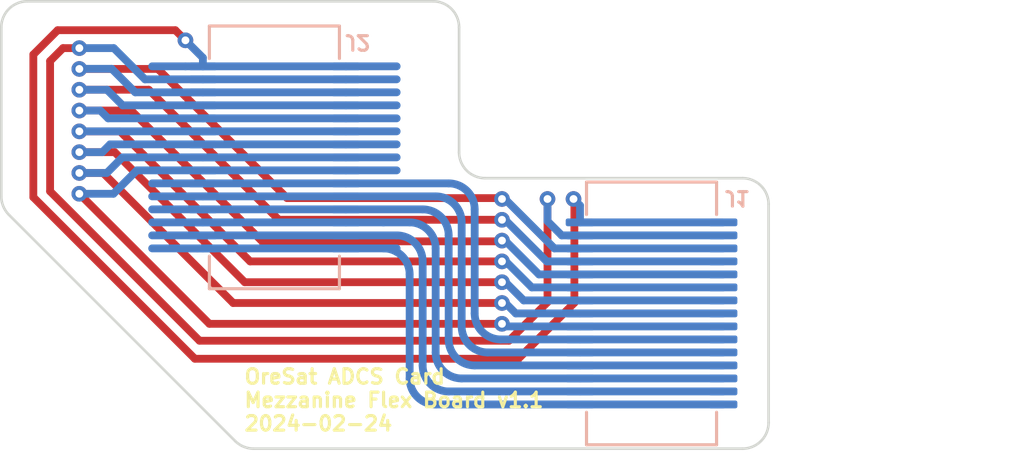
<source format=kicad_pcb>
(kicad_pcb (version 20221018) (generator pcbnew)
  (layers (0 "F.Cu" signal) (31 "B.Cu" signal) (34 "B.Paste" user) (35 "F.Paste" user) (36 "B.SilkS" user "B.Silkscreen") (37 "F.SilkS" user "F.Silkscreen") (38 "B.Mask" user) (39 "F.Mask" user) (44 "Edge.Cuts" user))
  (net 0 "")
  (net 1 "/CAN_L")
  (net 2 "/CAN_H")
  (net 3 "/BOOT")
  (net 4 "/UART_RX")
  (net 5 "/UART_TX")
  (net 6 "/5V")
  (net 7 "/GND")
  (net 8 "/VBUS")
  (footprint "oresat-connectors:J-Molex-0547220304" (layer "B.Cu") (at 150 100 -90)
    (fp_text reference "J1" (at -4.429718 -3.296747 -180 unlocked) (layer "B.SilkS") (effects (font (size 0.56 0.56) (thickness 0.12)) (justify mirror)))
    (fp_text value "Mezzanine Plug")
    (fp_line (start -5.05 -2.5) (end -3.8 -2.5) (stroke (width 0.12)) (layer "B.SilkS"))
    (fp_line (start -5.05 2.5) (end -5.05 -2.5) (stroke (width 0.12)) (layer "B.SilkS"))
    (fp_line (start -3.8 2.5) (end -5.05 2.5) (stroke (width 0.12)) (layer "B.SilkS"))
    (fp_line (start 3.8 -2.5) (end 5.05 -2.5) (stroke (width 0.12)) (layer "B.SilkS"))
    (fp_line (start 5.05 -2.5) (end 5.05 2.5) (stroke (width 0.12)) (layer "B.SilkS"))
    (fp_line (start 5.05 2.5) (end 3.8 2.5) (stroke (width 0.12)) (layer "B.SilkS"))
    (pad "P$1" smd roundrect (at 3.5 -2.75) (size 1.1 0.3) (layers "B.Cu" "B.Paste" "B.Mask") (net 1 "/CAN_L"))
    (pad "P$2" smd roundrect (at 3 -2.75) (size 1.1 0.3) (layers "B.Cu" "B.Paste" "B.Mask") (net 2 "/CAN_H"))
    (pad "P$3" smd roundrect (at 2.5 -2.75) (size 1.1 0.3) (layers "B.Cu" "B.Paste" "B.Mask") (net 3 "/BOOT"))
    (pad "P$4" smd roundrect (at 2 -2.75) (size 1.1 0.3) (layers "B.Cu" "B.Paste" "B.Mask") (net 4 "/UART_RX"))
    (pad "P$5" smd roundrect (at 1.5 -2.75) (size 1.1 0.3) (layers "B.Cu" "B.Paste" "B.Mask") (net 5 "/UART_TX"))
    (pad "P$6" smd roundrect (at 1 -2.75) (size 1.1 0.3) (layers "B.Cu" "B.Paste" "B.Mask") (net 6 "/5V"))
    (pad "P$7" smd roundrect (at 0.5 -2.75) (size 1.1 0.3) (layers "B.Cu" "B.Paste" "B.Mask") (net 6 "/5V"))
    (pad "P$8" smd roundrect (at 0 -2.75) (size 1.1 0.3) (layers "B.Cu" "B.Paste" "B.Mask") (net 7 "/GND"))
    (pad "P$9" smd roundrect (at -0.5 -2.75) (size 1.1 0.3) (layers "B.Cu" "B.Paste" "B.Mask") (net 7 "/GND"))
    (pad "P$10" smd roundrect (at -1 -2.75) (size 1.1 0.3) (layers "B.Cu" "B.Paste" "B.Mask") (net 7 "/GND"))
    (pad "P$11" smd roundrect (at -1.5 -2.75) (size 1.1 0.3) (layers "B.Cu" "B.Paste" "B.Mask") (net 7 "/GND"))
    (pad "P$12" smd roundrect (at -2 -2.75) (size 1.1 0.3) (layers "B.Cu" "B.Paste" "B.Mask") (net 8 "/VBUS"))
    (pad "P$13" smd roundrect (at -2.5 -2.75) (size 1.1 0.3) (layers "B.Cu" "B.Paste" "B.Mask") (net 8 "/VBUS"))
    (pad "P$14" smd roundrect (at -3 -2.75) (size 1.1 0.3) (layers "B.Cu" "B.Paste" "B.Mask") (net 8 "/VBUS"))
    (pad "P$15" smd roundrect (at -3.5 -2.75) (size 1.1 0.3) (layers "B.Cu" "B.Paste" "B.Mask") (net 8 "/VBUS"))
    (pad "P$16" smd roundrect (at -3.5 2.75) (size 1.1 0.3) (layers "B.Cu" "B.Paste" "B.Mask") (net 8 "/VBUS"))
    (pad "P$17" smd roundrect (at -3 2.75) (size 1.1 0.3) (layers "B.Cu" "B.Paste" "B.Mask") (net 8 "/VBUS"))
    (pad "P$18" smd roundrect (at -2.5 2.75) (size 1.1 0.3) (layers "B.Cu" "B.Paste" "B.Mask") (net 8 "/VBUS"))
    (pad "P$19" smd roundrect (at -2 2.75) (size 1.1 0.3) (layers "B.Cu" "B.Paste" "B.Mask") (net 8 "/VBUS"))
    (pad "P$20" smd roundrect (at -1.5 2.75) (size 1.1 0.3) (layers "B.Cu" "B.Paste" "B.Mask") (net 7 "/GND"))
    (pad "P$21" smd roundrect (at -1 2.75) (size 1.1 0.3) (layers "B.Cu" "B.Paste" "B.Mask") (net 7 "/GND"))
    (pad "P$22" smd roundrect (at -0.5 2.75) (size 1.1 0.3) (layers "B.Cu" "B.Paste" "B.Mask") (net 7 "/GND"))
    (pad "P$23" smd roundrect (at 0 2.75) (size 1.1 0.3) (layers "B.Cu" "B.Paste" "B.Mask") (net 7 "/GND"))
    (pad "P$24" smd roundrect (at 0.5 2.75) (size 1.1 0.3) (layers "B.Cu" "B.Paste" "B.Mask") (net 6 "/5V"))
    (pad "P$25" smd roundrect (at 1 2.75) (size 1.1 0.3) (layers "B.Cu" "B.Paste" "B.Mask") (net 6 "/5V"))
    (pad "P$26" smd roundrect (at 1.5 2.75) (size 1.1 0.3) (layers "B.Cu" "B.Paste" "B.Mask") (net 5 "/UART_TX"))
    (pad "P$27" smd roundrect (at 2 2.75) (size 1.1 0.3) (layers "B.Cu" "B.Paste" "B.Mask") (net 4 "/UART_RX"))
    (pad "P$28" smd roundrect (at 2.5 2.75) (size 1.1 0.3) (layers "B.Cu" "B.Paste" "B.Mask") (net 3 "/BOOT"))
    (pad "P$29" smd roundrect (at 3 2.75) (size 1.1 0.3) (layers "B.Cu" "B.Paste" "B.Mask") (net 2 "/CAN_H"))
    (pad "P$30" smd roundrect (at 3.5 2.75) (size 1.1 0.3) (layers "B.Cu" "B.Paste" "B.Mask") (net 1 "/CAN_L"))
  )
  (footprint "oresat-connectors:J-Molex-0547220304" (layer "B.Cu") (at 135.5 94 -90)
    (fp_text reference "J2" (at -4.425 -3.2 180 unlocked) (layer "B.SilkS") (effects (font (size 0.56 0.56) (thickness 0.12)) (justify mirror)))
    (fp_text value "Mezzanine Plug")
    (fp_line (start -5.05 -2.5) (end -3.8 -2.5) (stroke (width 0.12)) (layer "B.SilkS"))
    (fp_line (start -5.05 2.5) (end -5.05 -2.5) (stroke (width 0.12)) (layer "B.SilkS"))
    (fp_line (start -3.8 2.5) (end -5.05 2.5) (stroke (width 0.12)) (layer "B.SilkS"))
    (fp_line (start 3.8 -2.5) (end 5.05 -2.5) (stroke (width 0.12)) (layer "B.SilkS"))
    (fp_line (start 5.05 -2.5) (end 5.05 2.5) (stroke (width 0.12)) (layer "B.SilkS"))
    (fp_line (start 5.05 2.5) (end 3.8 2.5) (stroke (width 0.12)) (layer "B.SilkS"))
    (pad "P$1" smd roundrect (at 3.5 -2.75) (size 1.1 0.3) (layers "B.Cu" "B.Paste" "B.Mask") (net 1 "/CAN_L"))
    (pad "P$2" smd roundrect (at 3 -2.75) (size 1.1 0.3) (layers "B.Cu" "B.Paste" "B.Mask") (net 2 "/CAN_H"))
    (pad "P$3" smd roundrect (at 2.5 -2.75) (size 1.1 0.3) (layers "B.Cu" "B.Paste" "B.Mask") (net 3 "/BOOT"))
    (pad "P$4" smd roundrect (at 2 -2.75) (size 1.1 0.3) (layers "B.Cu" "B.Paste" "B.Mask") (net 4 "/UART_RX"))
    (pad "P$5" smd roundrect (at 1.5 -2.75) (size 1.1 0.3) (layers "B.Cu" "B.Paste" "B.Mask") (net 5 "/UART_TX"))
    (pad "P$6" smd roundrect (at 1 -2.75) (size 1.1 0.3) (layers "B.Cu" "B.Paste" "B.Mask") (net 6 "/5V"))
    (pad "P$7" smd roundrect (at 0.5 -2.75) (size 1.1 0.3) (layers "B.Cu" "B.Paste" "B.Mask") (net 6 "/5V"))
    (pad "P$8" smd roundrect (at 0 -2.75) (size 1.1 0.3) (layers "B.Cu" "B.Paste" "B.Mask") (net 7 "/GND"))
    (pad "P$9" smd roundrect (at -0.5 -2.75) (size 1.1 0.3) (layers "B.Cu" "B.Paste" "B.Mask") (net 7 "/GND"))
    (pad "P$10" smd roundrect (at -1 -2.75) (size 1.1 0.3) (layers "B.Cu" "B.Paste" "B.Mask") (net 7 "/GND"))
    (pad "P$11" smd roundrect (at -1.5 -2.75) (size 1.1 0.3) (layers "B.Cu" "B.Paste" "B.Mask") (net 7 "/GND"))
    (pad "P$12" smd roundrect (at -2 -2.75) (size 1.1 0.3) (layers "B.Cu" "B.Paste" "B.Mask") (net 8 "/VBUS"))
    (pad "P$13" smd roundrect (at -2.5 -2.75) (size 1.1 0.3) (layers "B.Cu" "B.Paste" "B.Mask") (net 8 "/VBUS"))
    (pad "P$14" smd roundrect (at -3 -2.75) (size 1.1 0.3) (layers "B.Cu" "B.Paste" "B.Mask") (net 8 "/VBUS"))
    (pad "P$15" smd roundrect (at -3.5 -2.75) (size 1.1 0.3) (layers "B.Cu" "B.Paste" "B.Mask") (net 8 "/VBUS"))
    (pad "P$16" smd roundrect (at -3.5 2.75) (size 1.1 0.3) (layers "B.Cu" "B.Paste" "B.Mask") (net 8 "/VBUS"))
    (pad "P$17" smd roundrect (at -3 2.75) (size 1.1 0.3) (layers "B.Cu" "B.Paste" "B.Mask") (net 8 "/VBUS"))
    (pad "P$18" smd roundrect (at -2.5 2.75) (size 1.1 0.3) (layers "B.Cu" "B.Paste" "B.Mask") (net 8 "/VBUS"))
    (pad "P$19" smd roundrect (at -2 2.75) (size 1.1 0.3) (layers "B.Cu" "B.Paste" "B.Mask") (net 8 "/VBUS"))
    (pad "P$20" smd roundrect (at -1.5 2.75) (size 1.1 0.3) (layers "B.Cu" "B.Paste" "B.Mask") (net 7 "/GND"))
    (pad "P$21" smd roundrect (at -1 2.75) (size 1.1 0.3) (layers "B.Cu" "B.Paste" "B.Mask") (net 7 "/GND"))
    (pad "P$22" smd roundrect (at -0.5 2.75) (size 1.1 0.3) (layers "B.Cu" "B.Paste" "B.Mask") (net 7 "/GND"))
    (pad "P$23" smd roundrect (at 0 2.75) (size 1.1 0.3) (layers "B.Cu" "B.Paste" "B.Mask") (net 7 "/GND"))
    (pad "P$24" smd roundrect (at 0.5 2.75) (size 1.1 0.3) (layers "B.Cu" "B.Paste" "B.Mask") (net 6 "/5V"))
    (pad "P$25" smd roundrect (at 1 2.75) (size 1.1 0.3) (layers "B.Cu" "B.Paste" "B.Mask") (net 6 "/5V"))
    (pad "P$26" smd roundrect (at 1.5 2.75) (size 1.1 0.3) (layers "B.Cu" "B.Paste" "B.Mask") (net 5 "/UART_TX"))
    (pad "P$27" smd roundrect (at 2 2.75) (size 1.1 0.3) (layers "B.Cu" "B.Paste" "B.Mask") (net 4 "/UART_RX"))
    (pad "P$28" smd roundrect (at 2.5 2.75) (size 1.1 0.3) (layers "B.Cu" "B.Paste" "B.Mask") (net 3 "/BOOT"))
    (pad "P$29" smd roundrect (at 3 2.75) (size 1.1 0.3) (layers "B.Cu" "B.Paste" "B.Mask") (net 2 "/CAN_H"))
    (pad "P$30" smd roundrect (at 3.5 2.75) (size 1.1 0.3) (layers "B.Cu" "B.Paste" "B.Mask") (net 1 "/CAN_L"))
  )
  (gr_arc (start 134.7 105.2) (mid 134.317897 105.122479) (end 133.992893 104.907107) (stroke (width 0.1)) (layer "Edge.Cuts"))
  (gr_line (start 142.6 89) (end 142.6 93.8) (stroke (width 0.1)) (layer "Edge.Cuts"))
  (gr_arc (start 125.2929 96.2071) (mid 125.076125 95.882681) (end 125 95.5) (stroke (width 0.1)) (layer "Edge.Cuts"))
  (gr_line (start 154.5 95.8) (end 154.5 104.2) (stroke (width 0.1)) (layer "Edge.Cuts"))
  (gr_line (start 125 89) (end 125 95.5) (stroke (width 0.1)) (layer "Edge.Cuts"))
  (gr_line (start 141.6 88) (end 126 88) (stroke (width 0.1)) (layer "Edge.Cuts"))
  (gr_arc (start 154.5 104.2) (mid 154.207107 104.907107) (end 153.5 105.2) (stroke (width 0.1)) (layer "Edge.Cuts"))
  (gr_arc (start 125 89) (mid 125.292893 88.292894) (end 126 88) (stroke (width 0.1)) (layer "Edge.Cuts"))
  (gr_line (start 153.5 94.8) (end 143.6 94.8) (stroke (width 0.1)) (layer "Edge.Cuts"))
  (gr_arc (start 141.6 88) (mid 142.307107 88.292893) (end 142.6 89) (stroke (width 0.1)) (layer "Edge.Cuts"))
  (gr_arc (start 153.5 94.8) (mid 154.207107 95.092893) (end 154.5 95.8) (stroke (width 0.1)) (layer "Edge.Cuts"))
  (gr_line (start 125.2929 96.2071) (end 133.992893 104.907107) (stroke (width 0.1)) (layer "Edge.Cuts"))
  (gr_arc (start 143.6 94.8) (mid 142.892893 94.507107) (end 142.6 93.8) (stroke (width 0.1)) (layer "Edge.Cuts"))
  (gr_line (start 134.7 105.2) (end 153.5 105.2) (stroke (width 0.1)) (layer "Edge.Cuts"))
  (gr_text "OreSat ADCS Card \nMezzanine Flex Board v1.1\n2024-02-24" (at 134.28475 103.333411) (layer "F.SilkS") (effects (font (size 0.56 0.56) (thickness 0.12)) (justify left)))
  (segment (start 147.25 103.5) (end 141.7 103.5) (width 0.3) (layer "B.Cu") (net 1))
  (segment (start 140.7 102.5) (end 140.7 98.5) (width 0.3) (layer "B.Cu") (net 1))
  (segment (start 140.2 97.5) (end 138.25 97.5) (width 0.3) (layer "B.Cu") (net 1))
  (segment (start 132.542893 97.5) (end 130.8 97.5) (width 0.3) (layer "B.Cu") (net 1))
  (segment (start 132.75 97.5) (end 132.542893 97.5) (width 0.3) (layer "B.Cu") (net 1))
  (segment (start 132.75 97.5) (end 138.25 97.5) (width 0.3) (layer "B.Cu") (net 1))
  (segment (start 147.25 103.5) (end 152.75 103.5) (width 0.3) (layer "B.Cu") (net 1))
  (arc (start 141.7 103.5) (mid 140.992893 103.207107) (end 140.7 102.5) (width 0.3) (layer "B.Cu") (net 1))
  (arc (start 139.7 97.5) (mid 140.407107 97.792893) (end 140.7 98.5) (width 0.3) (layer "B.Cu") (net 1))
  (segment (start 147.25 103) (end 152.75 103) (width 0.3) (layer "B.Cu") (net 2))
  (segment (start 138.25 97) (end 140.2 97) (width 0.3) (layer "B.Cu") (net 2))
  (segment (start 132.75 97) (end 130.8 97) (width 0.3) (layer "B.Cu") (net 2))
  (segment (start 141.2 102) (end 141.2 98) (width 0.3) (layer "B.Cu") (net 2))
  (segment (start 142.2 103) (end 147.25 103) (width 0.3) (layer "B.Cu") (net 2))
  (segment (start 132.75 97) (end 138.25 97) (width 0.3) (layer "B.Cu") (net 2))
  (arc (start 141.2 102) (mid 141.492893 102.707107) (end 142.2 103) (width 0.3) (layer "B.Cu") (net 2))
  (arc (start 141.2 98) (mid 140.907107 97.292893) (end 140.2 97) (width 0.3) (layer "B.Cu") (net 2))
  (segment (start 132.75 96.5) (end 138.25 96.5) (width 0.3) (layer "B.Cu") (net 3))
  (segment (start 132.75 96.5) (end 130.8 96.5) (width 0.3) (layer "B.Cu") (net 3))
  (segment (start 147.25 102.5) (end 152.75 102.5) (width 0.3) (layer "B.Cu") (net 3))
  (segment (start 139.68 96.5) (end 139.7 96.5) (width 0.3) (layer "B.Cu") (net 3))
  (segment (start 142.7 102.5) (end 147.25 102.5) (width 0.3) (layer "B.Cu") (net 3))
  (segment (start 141.7 101.5) (end 141.7 97.5) (width 0.3) (layer "B.Cu") (net 3))
  (segment (start 138.25 96.5) (end 140.7 96.5) (width 0.3) (layer "B.Cu") (net 3))
  (arc (start 142.7 102.5) (mid 141.992893 102.207107) (end 141.7 101.5) (width 0.3) (layer "B.Cu") (net 3))
  (arc (start 141.7 97.5) (mid 141.407107 96.792893) (end 140.7 96.5) (width 0.3) (layer "B.Cu") (net 3))
  (segment (start 147.25 102) (end 143.2 102) (width 0.3) (layer "B.Cu") (net 4))
  (segment (start 147.25 102) (end 152.75 102) (width 0.3) (layer "B.Cu") (net 4))
  (segment (start 138.25 96) (end 141.2 96) (width 0.3) (layer "B.Cu") (net 4))
  (segment (start 132.75 96) (end 138.25 96) (width 0.3) (layer "B.Cu") (net 4))
  (segment (start 142.2 101) (end 142.2 97) (width 0.3) (layer "B.Cu") (net 4))
  (segment (start 132.75 96) (end 130.8 96) (width 0.3) (layer "B.Cu") (net 4))
  (arc (start 141.2 96) (mid 141.907107 96.292893) (end 142.2 97) (width 0.3) (layer "B.Cu") (net 4))
  (arc (start 143.2 102) (mid 142.492893 101.707107) (end 142.2 101) (width 0.3) (layer "B.Cu") (net 4))
  (segment (start 138.25 95.5) (end 141.7 95.5) (width 0.3) (layer "B.Cu") (net 5))
  (segment (start 132.75 95.5) (end 130.8 95.5) (width 0.3) (layer "B.Cu") (net 5))
  (segment (start 147.25 101.5) (end 143.7 101.5) (width 0.3) (layer "B.Cu") (net 5))
  (segment (start 147.25 101.5) (end 152.75 101.5) (width 0.3) (layer "B.Cu") (net 5))
  (segment (start 132.75 95.5) (end 138.25 95.5) (width 0.3) (layer "B.Cu") (net 5))
  (segment (start 142.7 100.5) (end 142.7 96.5) (width 0.3) (layer "B.Cu") (net 5))
  (arc (start 141.7 95.5) (mid 142.407107 95.792893) (end 142.7 96.5) (width 0.3) (layer "B.Cu") (net 5))
  (arc (start 143.7 101.5) (mid 142.992893 101.207107) (end 142.7 100.5) (width 0.3) (layer "B.Cu") (net 5))
  (segment (start 128 95.4) (end 133 100.4) (width 0.3) (layer "F.Cu") (net 6))
  (segment (start 133 100.4) (end 144.25 100.4) (width 0.3) (layer "F.Cu") (net 6))
  (via (at 128 95.4) (size 0.6) (drill 0.3) (layers "F.Cu" "B.Cu") (net 6))
  (via (at 144.25 100.4) (size 0.6) (drill 0.3) (layers "F.Cu" "B.Cu") (net 6))
  (segment (start 144.35 100.5) (end 144.25 100.4) (width 0.3) (layer "B.Cu") (net 6))
  (segment (start 132.75 94.5) (end 138.25 94.5) (width 0.3) (layer "B.Cu") (net 6))
  (segment (start 132.75 94.5) (end 130.210826 94.5) (width 0.3) (layer "B.Cu") (net 6))
  (segment (start 147.25 100.5) (end 144.35 100.5) (width 0.3) (layer "B.Cu") (net 6))
  (segment (start 130.210826 94.5) (end 129.310826 95.4) (width 0.3) (layer "B.Cu") (net 6))
  (segment (start 147.25 101) (end 144.2 101) (width 0.3) (layer "B.Cu") (net 6))
  (segment (start 129.310826 95.4) (end 128 95.4) (width 0.3) (layer "B.Cu") (net 6))
  (segment (start 147.25 100.5) (end 152.75 100.5) (width 0.3) (layer "B.Cu") (net 6))
  (segment (start 138.25 95) (end 142.2 95) (width 0.3) (layer "B.Cu") (net 6))
  (segment (start 147.25 101) (end 152.75 101) (width 0.3) (layer "B.Cu") (net 6))
  (segment (start 132.75 95) (end 138.25 95) (width 0.3) (layer "B.Cu") (net 6))
  (segment (start 140.2 94.5) (end 138.25 94.5) (width 0.3) (layer "B.Cu") (net 6))
  (segment (start 143.2 96) (end 143.2 100) (width 0.3) (layer "B.Cu") (net 6))
  (segment (start 132.75 95) (end 130.8 95) (width 0.3) (layer "B.Cu") (net 6))
  (arc (start 144.2 101) (mid 143.492893 100.707107) (end 143.2 100) (width 0.3) (layer "B.Cu") (net 6))
  (arc (start 143.2 96) (mid 142.907107 95.292893) (end 142.2 95) (width 0.3) (layer "B.Cu") (net 6))
  (segment (start 129.566733 93.000347) (end 128.000347 93.000347) (width 0.3) (layer "F.Cu") (net 7))
  (segment (start 144.221463 97.228537) (end 144.25 97.2) (width 0.3) (layer "F.Cu") (net 7))
  (segment (start 128 92.2) (end 129.998667 92.2) (width 0.3) (layer "F.Cu") (net 7))
  (segment (start 144.25 98) (end 134.566386 98) (width 0.3) (layer "F.Cu") (net 7))
  (segment (start 128.914672 94.6) (end 128 94.6) (width 0.3) (layer "F.Cu") (net 7))
  (segment (start 134.566386 98) (end 129.566733 93.000347) (width 0.3) (layer "F.Cu") (net 7))
  (segment (start 129.36 93.8) (end 134.36 98.8) (width 0.3) (layer "F.Cu") (net 7))
  (segment (start 144.25 99.6) (end 133.914672 99.6) (width 0.3) (layer "F.Cu") (net 7))
  (segment (start 134.36 98.8) (end 144.25 98.8) (width 0.3) (layer "F.Cu") (net 7))
  (segment (start 129.998667 92.2) (end 135.027204 97.228537) (width 0.3) (layer "F.Cu") (net 7))
  (segment (start 135.027204 97.228537) (end 144.221463 97.228537) (width 0.3) (layer "F.Cu") (net 7))
  (segment (start 133.914672 99.6) (end 128.914672 94.6) (width 0.3) (layer "F.Cu") (net 7))
  (segment (start 128.000347 93.000347) (end 128 93) (width 0.3) (layer "F.Cu") (net 7))
  (segment (start 128 93.8) (end 129.36 93.8) (width 0.3) (layer "F.Cu") (net 7))
  (via (at 128 94.6) (size 0.6) (drill 0.3) (layers "F.Cu" "B.Cu") (net 7))
  (via (at 144.25 98) (size 0.6) (drill 0.3) (layers "F.Cu" "B.Cu") (net 7))
  (via (at 128 93.8) (size 0.6) (drill 0.3) (layers "F.Cu" "B.Cu") (net 7))
  (via (at 128 92.2) (size 0.6) (drill 0.3) (layers "F.Cu" "B.Cu") (net 7))
  (via (at 144.25 97.2) (size 0.6) (drill 0.3) (layers "F.Cu" "B.Cu") (net 7))
  (via (at 144.25 99.6) (size 0.6) (drill 0.3) (layers "F.Cu" "B.Cu") (net 7))
  (via (at 144.25 98.8) (size 0.6) (drill 0.3) (layers "F.Cu" "B.Cu") (net 7))
  (via (at 128 93) (size 0.6) (drill 0.3) (layers "F.Cu" "B.Cu") (net 7))
  (segment (start 144.370431 97.2) (end 144.25 97.2) (width 0.3) (layer "B.Cu") (net 7))
  (segment (start 147.25 99) (end 145.396644 99) (width 0.3) (layer "B.Cu") (net 7))
  (segment (start 138.25 93) (end 140.2 93) (width 0.3) (layer "B.Cu") (net 7))
  (segment (start 147.25 99.5) (end 145.085 99.5) (width 0.3) (layer "B.Cu") (net 7))
  (segment (start 132.75 93) (end 138.25 93) (width 0.3) (layer "B.Cu") (net 7))
  (segment (start 144.385 98.8) (end 144.25 98.8) (width 0.3) (layer "B.Cu") (net 7))
  (segment (start 147.25 98.5) (end 145.670431 98.5) (width 0.3) (layer "B.Cu") (net 7))
  (segment (start 132.75 94) (end 129.655663 94) (width 0.3) (layer "B.Cu") (net 7))
  (segment (start 128.883405 93.8) (end 128 93.8) (width 0.3) (layer "B.Cu") (net 7))
  (segment (start 132.75 93) (end 128 93) (width 0.3) (layer "B.Cu") (net 7))
  (segment (start 132.75 92.5) (end 129.107626 92.5) (width 0.3) (layer "B.Cu") (net 7))
  (segment (start 144.38 99.6) (end 144.25 99.6) (width 0.3) (layer "B.Cu") (net 7))
  (segment (start 147.25 100) (end 152.75 100) (width 0.3) (layer "B.Cu") (net 7))
  (segment (start 132.75 92.5) (end 138.25 92.5) (width 0.3) (layer "B.Cu") (net 7))
  (segment (start 147.25 98.5) (end 152.75 98.5) (width 0.3) (layer "B.Cu") (net 7))
  (segment (start 147.25 99) (end 152.75 99) (width 0.3) (layer "B.Cu") (net 7))
  (segment (start 128.807626 92.2) (end 128 92.2) (width 0.3) (layer "B.Cu") (net 7))
  (segment (start 138.25 94) (end 140.2 94) (width 0.3) (layer "B.Cu") (net 7))
  (segment (start 140.2 92.5) (end 138.25 92.5) (width 0.3) (layer "B.Cu") (net 7))
  (segment (start 144.78 100) (end 144.38 99.6) (width 0.3) (layer "B.Cu") (net 7))
  (segment (start 138.25 93.5) (end 140.2 93.5) (width 0.3) (layer "B.Cu") (net 7))
  (segment (start 132.75 94) (end 138.25 94) (width 0.3) (layer "B.Cu") (net 7))
  (segment (start 129.655663 94) (end 129.055663 94.6) (width 0.3) (layer "B.Cu") (net 7))
  (segment (start 129.055663 94.6) (end 128 94.6) (width 0.3) (layer "B.Cu") (net 7))
  (segment (start 132.75 93.5) (end 138.25 93.5) (width 0.3) (layer "B.Cu") (net 7))
  (segment (start 132.75 93.5) (end 129.183405 93.5) (width 0.3) (layer "B.Cu") (net 7))
  (segment (start 145.085 99.5) (end 144.385 98.8) (width 0.3) (layer "B.Cu") (net 7))
  (segment (start 147.25 99.5) (end 152.75 99.5) (width 0.3) (layer "B.Cu") (net 7))
  (segment (start 145.396644 99) (end 144.396644 98) (width 0.3) (layer "B.Cu") (net 7))
  (segment (start 129.107626 92.5) (end 128.807626 92.2) (width 0.3) (layer "B.Cu") (net 7))
  (segment (start 144.396644 98) (end 144.25 98) (width 0.3) (layer "B.Cu") (net 7))
  (segment (start 129.183405 93.5) (end 128.883405 93.8) (width 0.3) (layer "B.Cu") (net 7))
  (segment (start 145.670431 98.5) (end 144.370431 97.2) (width 0.3) (layer "B.Cu") (net 7))
  (segment (start 147.25 100) (end 144.78 100) (width 0.3) (layer "B.Cu") (net 7))
  (segment (start 135.988156 95.566655) (end 144.216655 95.566655) (width 0.3) (layer "F.Cu") (net 8))
  (segment (start 130.668358 91.4) (end 128 91.4) (width 0.3) (layer "F.Cu") (net 8))
  (segment (start 131.021501 90.6) (end 135.988156 95.566655) (width 0.3) (layer "F.Cu") (net 8))
  (segment (start 126.231663 90.046855) (end 126.231663 95.532739) (width 0.3) (layer "F.Cu") (net 8))
  (segment (start 132.620335 101.05) (end 126.876066 95.305731) (width 0.3) (layer "F.Cu") (net 8))
  (segment (start 135.668358 96.4) (end 130.668358 91.4) (width 0.3) (layer "F.Cu") (net 8))
  (segment (start 146 95.6) (end 146 99.569239) (width 0.3) (layer "F.Cu") (net 8))
  (segment (start 147.033456 99.59135) (end 147.033456 95.633456) (width 0.3) (layer "F.Cu") (net 8))
  (segment (start 126.876066 90.296828) (end 127.372894 89.8) (width 0.3) (layer "F.Cu") (net 8))
  (segment (start 127.167202 89.111316) (end 126.231663 90.046855) (width 0.3) (layer "F.Cu") (net 8))
  (segment (start 144.881677 101.743129) (end 147.033456 99.59135) (width 0.3) (layer "F.Cu") (net 8))
  (segment (start 131.691316 89.111316) (end 127.167202 89.111316) (width 0.3) (layer "F.Cu") (net 8))
  (segment (start 144.519239 101.05) (end 132.620335 101.05) (width 0.3) (layer "F.Cu") (net 8))
  (segment (start 132.08 89.5) (end 131.691316 89.111316) (width 0.3) (layer "F.Cu") (net 8))
  (segment (start 144.216655 95.566655) (end 144.25 95.6) (width 0.3) (layer "F.Cu") (net 8))
  (segment (start 146 99.569239) (end 144.519239 101.05) (width 0.3) (layer "F.Cu") (net 8))
  (segment (start 147.033456 95.633456) (end 147 95.6) (width 0.3) (layer "F.Cu") (net 8))
  (segment (start 126.231663 95.532739) (end 132.442053 101.743129) (width 0.3) (layer "F.Cu") (net 8))
  (segment (start 127.372894 89.8) (end 128 89.8) (width 0.3) (layer "F.Cu") (net 8))
  (segment (start 128 90.6) (end 131.021501 90.6) (width 0.3) (layer "F.Cu") (net 8))
  (segment (start 144.25 96.4) (end 135.668358 96.4) (width 0.3) (layer "F.Cu") (net 8))
  (segment (start 126.876066 95.305731) (end 126.876066 90.296828) (width 0.3) (layer "F.Cu") (net 8))
  (segment (start 132.442053 101.743129) (end 144.881677 101.743129) (width 0.3) (layer "F.Cu") (net 8))
  (via (at 144.25 96.4) (size 0.6) (drill 0.3) (layers "F.Cu" "B.Cu") (net 8))
  (via (at 128 89.8) (size 0.6) (drill 0.3) (layers "F.Cu" "B.Cu") (net 8))
  (via (at 128 90.6) (size 0.6) (drill 0.3) (layers "F.Cu" "B.Cu") (net 8))
  (via (at 132.08 89.5) (size 0.6) (drill 0.3) (layers "F.Cu" "B.Cu") (net 8))
  (via (at 146 95.6) (size 0.6) (drill 0.3) (layers "F.Cu" "B.Cu") (net 8))
  (via (at 144.25 95.6) (size 0.6) (drill 0.3) (layers "F.Cu" "B.Cu") (net 8))
  (via (at 128 91.4) (size 0.6) (drill 0.3) (layers "F.Cu" "B.Cu") (net 8))
  (via (at 147 95.6) (size 0.6) (drill 0.3) (layers "F.Cu" "B.Cu") (net 8))
  (segment (start 147.25 96.5) (end 147.25 95.85) (width 0.3) (layer "B.Cu") (net 8))
  (segment (start 132.75 91.5) (end 138.25 91.5) (width 0.3) (layer "B.Cu") (net 8))
  (segment (start 132.08 90.5) (end 130.8 90.5) (width 0.3) (layer "B.Cu") (net 8))
  (segment (start 147.25 97.5) (end 146.2649 97.5) (width 0.3) (layer "B.Cu") (net 8))
  (segment (start 138.25 91) (end 140.2 91) (width 0.3) (layer "B.Cu") (net 8))
  (segment (start 146.2649 97.5) (end 144.3649 95.6) (width 0.3) (layer "B.Cu") (net 8))
  (segment (start 129.246061 90.59594) (end 128.00406 90.59594) (width 0.3) (layer "B.Cu") (net 8))
  (segment (start 147.25 98) (end 152.75 98) (width 0.3) (layer "B.Cu") (net 8))
  (segment (start 147.25 95.85) (end 147 95.6) (width 0.3) (layer "B.Cu") (net 8))
  (segment (start 140.2 91.5) (end 138.25 91.5) (width 0.3) (layer "B.Cu") (net 8))
  (segment (start 147.25 97) (end 146.546183 97) (width 0.3) (layer "B.Cu") (net 8))
  (segment (start 132.75 90.5) (end 132.08 90.5) (width 0.3) (layer "B.Cu") (net 8))
  (segment (start 130.150121 91.5) (end 129.246061 90.59594) (width 0.3) (layer "B.Cu") (net 8))
  (segment (start 129.324542 89.8) (end 128 89.8) (width 0.3) (layer "B.Cu") (net 8))
  (segment (start 130.524542 91) (end 129.324542 89.8) (width 0.3) (layer "B.Cu") (net 8))
  (segment (start 144.369239 96.4) (end 144.25 96.4) (width 0.3) (layer "B.Cu") (net 8))
  (segment (start 147.25 97.5) (end 152.75 97.5) (width 0.3) (layer "B.Cu") (net 8))
  (segment (start 129.06279 91.4) (end 128 91.4) (width 0.3) (layer "B.Cu") (net 8))
  (segment (start 129.66279 92) (end 129.06279 91.4) (width 0.3) (layer "B.Cu") (net 8))
  (segment (start 132.75 90.5) (end 132.75 90.17) (width 0.3) (layer "B.Cu") (net 8))
  (segment (start 132.75 92) (end 129.66279 92) (width 0.3) (layer "B.Cu") (net 8))
  (segment (start 138.25 92) (end 140.2 92) (width 0.3) (layer "B.Cu") (net 8))
  (segment (start 147.25 96.5) (end 152.75 96.5) (width 0.3) (layer "B.Cu") (net 8))
  (segment (start 144.3649 95.6) (end 144.25 95.6) (width 0.3) (layer "B.Cu") (net 8))
  (segment (start 140.2 90.5) (end 138.25 90.5) (width 0.3) (layer "B.Cu") (net 8))
  (segment (start 132.75 90.5) (end 138.25 90.5) (width 0.3) (layer "B.Cu") (net 8))
  (segment (start 145.969239 98) (end 144.369239 96.4) (width 0.3) (layer "B.Cu") (net 8))
  (segment (start 147.25 97) (end 152.75 97) (width 0.3) (layer "B.Cu") (net 8))
  (segment (start 146 96.453817) (end 146 95.6) (width 0.3) (layer "B.Cu") (net 8))
  (segment (start 132.75 91) (end 138.25 91) (width 0.3) (layer "B.Cu") (net 8))
  (segment (start 147.25 98) (end 145.969239 98) (width 0.3) (layer "B.Cu") (net 8))
  (segment (start 132.75 91) (end 130.524542 91) (width 0.3) (layer "B.Cu") (net 8))
  (segment (start 132.75 91.5) (end 130.150121 91.5) (width 0.3) (layer "B.Cu") (net 8))
  (segment (start 146.546183 97) (end 146 96.453817) (width 0.3) (layer "B.Cu") (net 8))
  (segment (start 132.75 92) (end 138.25 92) (width 0.3) (layer "B.Cu") (net 8))
  (segment (start 132.75 90.17) (end 132.08 89.5) (width 0.3) (layer "B.Cu") (net 8))
  (segment (start 128.00406 90.59594) (end 128 90.6) (width 0.3) (layer "B.Cu") (net 8))
)
</source>
